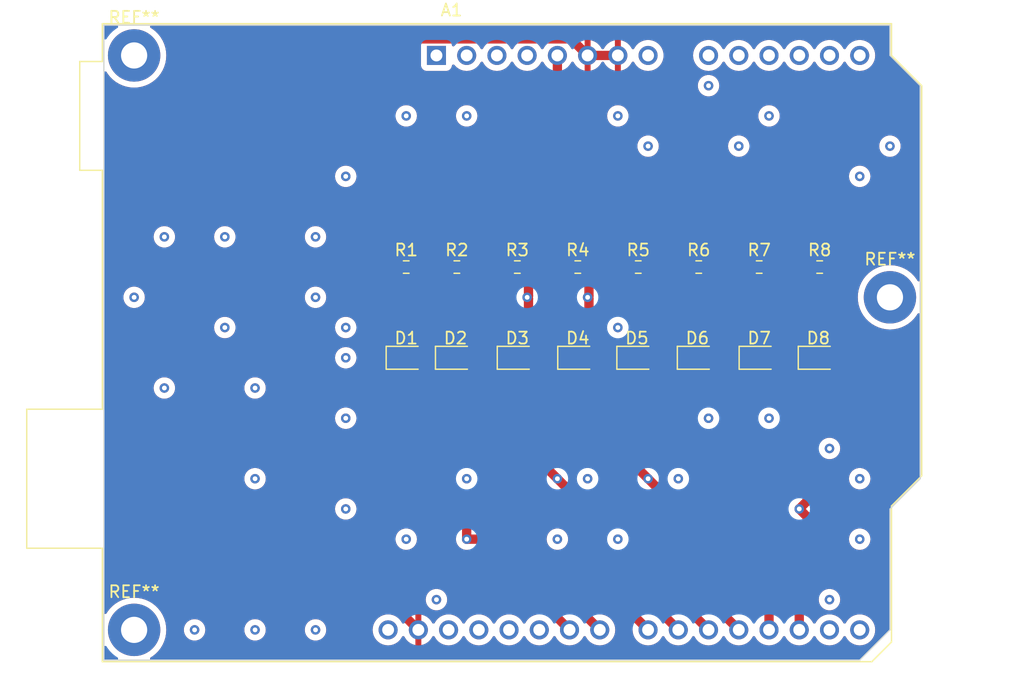
<source format=kicad_pcb>
(kicad_pcb (version 20221018) (generator pcbnew)
  (title_block (title "ARDUINO UNO LED SHIELD") (date "2024-01-21") (rev "1") (company "DOAN HY KHANG") (comment 1 "HO CHI MINH CITY UNIVERSITY OF TECHNOLOGY"))
  (layers (0 "F.Cu" signal) (31 "B.Cu" signal) (34 "B.Paste" user) (35 "F.Paste" user) (36 "B.SilkS" user "B.Silkscreen") (37 "F.SilkS" user "F.Silkscreen") (38 "B.Mask" user) (39 "F.Mask" user) (44 "Edge.Cuts" user))
  (net 0 "")
  (net 5 "Net-(A1-+5V)")
  (net 6 "GND")
  (net 16 "Net-(A1-D2)")
  (net 17 "Net-(A1-D3)")
  (net 18 "Net-(A1-D4)")
  (net 19 "Net-(A1-D5)")
  (net 20 "Net-(A1-D6)")
  (net 21 "Net-(A1-D7)")
  (net 22 "Net-(A1-D8)")
  (net 23 "Net-(A1-D9)")
  (net 29 "Net-(D1-A)")
  (net 30 "Net-(D2-A)")
  (net 31 "Net-(D3-A)")
  (net 32 "Net-(D4-A)")
  (net 33 "Net-(D5-A)")
  (net 34 "Net-(D6-A)")
  (net 35 "Net-(D7-A)")
  (net 36 "Net-(D8-A)")
  (footprint "Resistor_SMD:R_0603_1608Metric" (layer "F.Cu") (at 126.175 88.9)
    (fp_text reference "R2" (at 0 -1.43) (layer "F.SilkS"))
    (fp_text value "247")
    (fp_line (start -0.237258 -0.5225) (end 0.237258 -0.5225) (stroke (width 0.12)) (layer "F.SilkS"))
    (fp_line (start -0.237258 0.5225) (end 0.237258 0.5225) (stroke (width 0.12)) (layer "F.SilkS"))
    (pad "1" smd roundrect (at -0.825 0) (size 0.8 0.95) (layers "F.Cu" "F.Paste" "F.Mask") (net 5 "Net-(A1-+5V)"))
    (pad "2" smd roundrect (at 0.825 0) (size 0.8 0.95) (layers "F.Cu" "F.Paste" "F.Mask") (net 30 "Net-(D2-A)"))
  )
  (footprint "MountingHole:MountingHole_2.2mm_M2_Pad" (layer "F.Cu") (at 99.06 71.12)
    (fp_text reference "REF**" (at 0 -3.2) (layer "F.SilkS"))
    (fp_text value "MountingHole_2.2mm_M2_Pad")
    (pad "1" thru_hole circle (at 0 0) (size 4.4 4.4) (drill 2.2) (layers "*.Cu" "*.Mask"))
  )
  (footprint "LED_SMD:LED_0805_2012Metric" (layer "F.Cu") (at 121.92 96.52)
    (fp_text reference "D1" (at 0 -1.65) (layer "F.SilkS"))
    (fp_text value "LED")
    (fp_line (start -1.685 -0.96) (end -1.685 0.96) (stroke (width 0.12)) (layer "F.SilkS"))
    (fp_line (start -1.685 0.96) (end 1 0.96) (stroke (width 0.12)) (layer "F.SilkS"))
    (fp_line (start 1 -0.96) (end -1.685 -0.96) (stroke (width 0.12)) (layer "F.SilkS"))
    (pad "1" smd roundrect (at -0.9375 0) (size 0.975 1.4) (layers "F.Cu" "F.Paste" "F.Mask") (net 23 "Net-(A1-D9)"))
    (pad "2" smd roundrect (at 0.9375 0) (size 0.975 1.4) (layers "F.Cu" "F.Paste" "F.Mask") (net 29 "Net-(D1-A)"))
  )
  (footprint "LED_SMD:LED_0805_2012Metric" (layer "F.Cu") (at 156.5425 96.52)
    (fp_text reference "D8" (at 0 -1.65) (layer "F.SilkS"))
    (fp_text value "LED")
    (fp_line (start -1.685 -0.96) (end -1.685 0.96) (stroke (width 0.12)) (layer "F.SilkS"))
    (fp_line (start -1.685 0.96) (end 1 0.96) (stroke (width 0.12)) (layer "F.SilkS"))
    (fp_line (start 1 -0.96) (end -1.685 -0.96) (stroke (width 0.12)) (layer "F.SilkS"))
    (pad "1" smd roundrect (at -0.9375 0) (size 0.975 1.4) (layers "F.Cu" "F.Paste" "F.Mask") (net 16 "Net-(A1-D2)"))
    (pad "2" smd roundrect (at 0.9375 0) (size 0.975 1.4) (layers "F.Cu" "F.Paste" "F.Mask") (net 36 "Net-(D8-A)"))
  )
  (footprint "LED_SMD:LED_0805_2012Metric" (layer "F.Cu") (at 151.575 96.52)
    (fp_text reference "D7" (at 0 -1.65) (layer "F.SilkS"))
    (fp_text value "LED")
    (fp_line (start -1.685 -0.96) (end -1.685 0.96) (stroke (width 0.12)) (layer "F.SilkS"))
    (fp_line (start -1.685 0.96) (end 1 0.96) (stroke (width 0.12)) (layer "F.SilkS"))
    (fp_line (start 1 -0.96) (end -1.685 -0.96) (stroke (width 0.12)) (layer "F.SilkS"))
    (pad "1" smd roundrect (at -0.9375 0) (size 0.975 1.4) (layers "F.Cu" "F.Paste" "F.Mask") (net 17 "Net-(A1-D3)"))
    (pad "2" smd roundrect (at 0.9375 0) (size 0.975 1.4) (layers "F.Cu" "F.Paste" "F.Mask") (net 35 "Net-(D7-A)"))
  )
  (footprint "LED_SMD:LED_0805_2012Metric" (layer "F.Cu") (at 131.255 96.52)
    (fp_text reference "D3" (at 0 -1.65) (layer "F.SilkS"))
    (fp_text value "LED")
    (fp_line (start -1.685 -0.96) (end -1.685 0.96) (stroke (width 0.12)) (layer "F.SilkS"))
    (fp_line (start -1.685 0.96) (end 1 0.96) (stroke (width 0.12)) (layer "F.SilkS"))
    (fp_line (start 1 -0.96) (end -1.685 -0.96) (stroke (width 0.12)) (layer "F.SilkS"))
    (pad "1" smd roundrect (at -0.9375 0) (size 0.975 1.4) (layers "F.Cu" "F.Paste" "F.Mask") (net 21 "Net-(A1-D7)"))
    (pad "2" smd roundrect (at 0.9375 0) (size 0.975 1.4) (layers "F.Cu" "F.Paste" "F.Mask") (net 31 "Net-(D3-A)"))
  )
  (footprint "LED_SMD:LED_0805_2012Metric" (layer "F.Cu") (at 141.3025 96.52)
    (fp_text reference "D5" (at 0 -1.65) (layer "F.SilkS"))
    (fp_text value "LED")
    (fp_line (start -1.685 -0.96) (end -1.685 0.96) (stroke (width 0.12)) (layer "F.SilkS"))
    (fp_line (start -1.685 0.96) (end 1 0.96) (stroke (width 0.12)) (layer "F.SilkS"))
    (fp_line (start 1 -0.96) (end -1.685 -0.96) (stroke (width 0.12)) (layer "F.SilkS"))
    (pad "1" smd roundrect (at -0.9375 0) (size 0.975 1.4) (layers "F.Cu" "F.Paste" "F.Mask") (net 19 "Net-(A1-D5)"))
    (pad "2" smd roundrect (at 0.9375 0) (size 0.975 1.4) (layers "F.Cu" "F.Paste" "F.Mask") (net 33 "Net-(D5-A)"))
  )
  (footprint "Resistor_SMD:R_0603_1608Metric" (layer "F.Cu") (at 146.495 88.9)
    (fp_text reference "R6" (at 0 -1.43) (layer "F.SilkS"))
    (fp_text value "247")
    (fp_line (start -0.237258 -0.5225) (end 0.237258 -0.5225) (stroke (width 0.12)) (layer "F.SilkS"))
    (fp_line (start -0.237258 0.5225) (end 0.237258 0.5225) (stroke (width 0.12)) (layer "F.SilkS"))
    (pad "1" smd roundrect (at -0.825 0) (size 0.8 0.95) (layers "F.Cu" "F.Paste" "F.Mask") (net 5 "Net-(A1-+5V)"))
    (pad "2" smd roundrect (at 0.825 0) (size 0.8 0.95) (layers "F.Cu" "F.Paste" "F.Mask") (net 34 "Net-(D6-A)"))
  )
  (footprint "MountingHole:MountingHole_2.2mm_M2_Pad" (layer "F.Cu") (at 99.06 119.38)
    (fp_text reference "REF**" (at 0 -3.2) (layer "F.SilkS"))
    (fp_text value "MountingHole_2.2mm_M2_Pad")
    (pad "1" thru_hole circle (at 0 0) (size 4.4 4.4) (drill 2.2) (layers "*.Cu" "*.Mask"))
  )
  (footprint "LED_SMD:LED_0805_2012Metric" (layer "F.Cu") (at 126.0625 96.52)
    (fp_text reference "D2" (at 0 -1.65) (layer "F.SilkS"))
    (fp_text value "LED")
    (fp_line (start -1.685 -0.96) (end -1.685 0.96) (stroke (width 0.12)) (layer "F.SilkS"))
    (fp_line (start -1.685 0.96) (end 1 0.96) (stroke (width 0.12)) (layer "F.SilkS"))
    (fp_line (start 1 -0.96) (end -1.685 -0.96) (stroke (width 0.12)) (layer "F.SilkS"))
    (pad "1" smd roundrect (at -0.9375 0) (size 0.975 1.4) (layers "F.Cu" "F.Paste" "F.Mask") (net 22 "Net-(A1-D8)"))
    (pad "2" smd roundrect (at 0.9375 0) (size 0.975 1.4) (layers "F.Cu" "F.Paste" "F.Mask") (net 30 "Net-(D2-A)"))
  )
  (footprint "MountingHole:MountingHole_2.2mm_M2_Pad" (layer "F.Cu") (at 162.56 91.44)
    (fp_text reference "REF**" (at 0 -3.2) (layer "F.SilkS"))
    (fp_text value "MountingHole_2.2mm_M2_Pad")
    (pad "1" thru_hole circle (at 0 0) (size 4.4 4.4) (drill 2.2) (layers "*.Cu" "*.Mask"))
  )
  (footprint "Resistor_SMD:R_0603_1608Metric" (layer "F.Cu") (at 141.415 88.9)
    (fp_text reference "R5" (at 0 -1.43) (layer "F.SilkS"))
    (fp_text value "247")
    (fp_line (start -0.237258 -0.5225) (end 0.237258 -0.5225) (stroke (width 0.12)) (layer "F.SilkS"))
    (fp_line (start -0.237258 0.5225) (end 0.237258 0.5225) (stroke (width 0.12)) (layer "F.SilkS"))
    (pad "1" smd roundrect (at -0.825 0) (size 0.8 0.95) (layers "F.Cu" "F.Paste" "F.Mask") (net 5 "Net-(A1-+5V)"))
    (pad "2" smd roundrect (at 0.825 0) (size 0.8 0.95) (layers "F.Cu" "F.Paste" "F.Mask") (net 33 "Net-(D5-A)"))
  )
  (footprint "Module:Arduino_UNO_R2" (layer "F.Cu") (at 124.46 71.12)
    (fp_text reference "A1" (at 1.27 -3.81 180) (layer "F.SilkS"))
    (fp_text value "Arduino_UNO_R2")
    (fp_line (start -34.42 29.72) (end -34.42 41.4) (stroke (width 0.12)) (layer "F.SilkS"))
    (fp_line (start -34.42 41.4) (end -28.07 41.4) (stroke (width 0.12)) (layer "F.SilkS"))
    (fp_line (start -29.97 0.51) (end -29.97 9.65) (stroke (width 0.12)) (layer "F.SilkS"))
    (fp_line (start -29.97 9.65) (end -28.07 9.65) (stroke (width 0.12)) (layer "F.SilkS"))
    (fp_line (start -28.07 -2.67) (end -28.07 0.51) (stroke (width 0.12)) (layer "F.SilkS"))
    (fp_line (start -28.07 0.51) (end -29.97 0.51) (stroke (width 0.12)) (layer "F.SilkS"))
    (fp_line (start -28.07 9.65) (end -28.07 29.72) (stroke (width 0.12)) (layer "F.SilkS"))
    (fp_line (start -28.07 29.72) (end -34.42 29.72) (stroke (width 0.12)) (layer "F.SilkS"))
    (fp_line (start -28.07 41.4) (end -28.07 50.93) (stroke (width 0.12)) (layer "F.SilkS"))
    (fp_line (start -28.07 50.93) (end 36.58 50.93) (stroke (width 0.12)) (layer "F.SilkS"))
    (fp_line (start 36.58 50.93) (end 38.23 49.28) (stroke (width 0.12)) (layer "F.SilkS"))
    (fp_line (start 38.23 -2.67) (end -28.07 -2.67) (stroke (width 0.12)) (layer "F.SilkS"))
    (fp_line (start 38.23 0) (end 38.23 -2.67) (stroke (width 0.12)) (layer "F.SilkS"))
    (fp_line (start 38.23 37.85) (end 40.77 35.31) (stroke (width 0.12)) (layer "F.SilkS"))
    (fp_line (start 38.23 49.28) (end 38.23 37.85) (stroke (width 0.12)) (layer "F.SilkS"))
    (fp_line (start 40.77 2.54) (end 38.23 0) (stroke (width 0.12)) (layer "F.SilkS"))
    (fp_line (start 40.77 35.31) (end 40.77 2.54) (stroke (width 0.12)) (layer "F.SilkS"))
    (pad "1" thru_hole rect (at 0 0 90) (size 1.6 1.6) (drill 1) (layers "*.Cu" "*.Mask"))
    (pad "2" thru_hole oval (at 2.54 0 90) (size 1.6 1.6) (drill 1) (layers "*.Cu" "*.Mask"))
    (pad "3" thru_hole oval (at 5.08 0 90) (size 1.6 1.6) (drill 1) (layers "*.Cu" "*.Mask"))
    (pad "4" thru_hole oval (at 7.62 0 90) (size 1.6 1.6) (drill 1) (layers "*.Cu" "*.Mask"))
    (pad "5" thru_hole oval (at 10.16 0 90) (size 1.6 1.6) (drill 1) (layers "*.Cu" "*.Mask") (net 5 "Net-(A1-+5V)"))
    (pad "6" thru_hole oval (at 12.7 0 90) (size 1.6 1.6) (drill 1) (layers "*.Cu" "*.Mask") (net 6 "GND"))
    (pad "7" thru_hole oval (at 15.24 0 90) (size 1.6 1.6) (drill 1) (layers "*.Cu" "*.Mask") (net 6 "GND"))
    (pad "8" thru_hole oval (at 17.78 0 90) (size 1.6 1.6) (drill 1) (layers "*.Cu" "*.Mask"))
    (pad "9" thru_hole oval (at 22.86 0 90) (size 1.6 1.6) (drill 1) (layers "*.Cu" "*.Mask"))
    (pad "10" thru_hole oval (at 25.4 0 90) (size 1.6 1.6) (drill 1) (layers "*.Cu" "*.Mask"))
    (pad "11" thru_hole oval (at 27.94 0 90) (size 1.6 1.6) (drill 1) (layers "*.Cu" "*.Mask"))
    (pad "12" thru_hole oval (at 30.48 0 90) (size 1.6 1.6) (drill 1) (layers "*.Cu" "*.Mask"))
    (pad "13" thru_hole oval (at 33.02 0 90) (size 1.6 1.6) (drill 1) (layers "*.Cu" "*.Mask"))
    (pad "14" thru_hole oval (at 35.56 0 90) (size 1.6 1.6) (drill 1) (layers "*.Cu" "*.Mask"))
    (pad "15" thru_hole oval (at 35.56 48.26 90) (size 1.6 1.6) (drill 1) (layers "*.Cu" "*.Mask"))
    (pad "16" thru_hole oval (at 33.02 48.26 90) (size 1.6 1.6) (drill 1) (layers "*.Cu" "*.Mask"))
    (pad "17" thru_hole oval (at 30.48 48.26 90) (size 1.6 1.6) (drill 1) (layers "*.Cu" "*.Mask") (net 16 "Net-(A1-D2)"))
    (pad "18" thru_hole oval (at 27.94 48.26 90) (size 1.6 1.6) (drill 1) (layers "*.Cu" "*.Mask") (net 17 "Net-(A1-D3)"))
    (pad "19" thru_hole oval (at 25.4 48.26 90) (size 1.6 1.6) (drill 1) (layers "*.Cu" "*.Mask") (net 18 "Net-(A1-D4)"))
    (pad "20" thru_hole oval (at 22.86 48.26 90) (size 1.6 1.6) (drill 1) (layers "*.Cu" "*.Mask") (net 19 "Net-(A1-D5)"))
    (pad "21" thru_hole oval (at 20.32 48.26 90) (size 1.6 1.6) (drill 1) (layers "*.Cu" "*.Mask") (net 20 "Net-(A1-D6)"))
    (pad "22" thru_hole oval (at 17.78 48.26 90) (size 1.6 1.6) (drill 1) (layers "*.Cu" "*.Mask") (net 21 "Net-(A1-D7)"))
    (pad "23" thru_hole oval (at 13.72 48.26 90) (size 1.6 1.6) (drill 1) (layers "*.Cu" "*.Mask") (net 22 "Net-(A1-D8)"))
    (pad "24" thru_hole oval (at 11.18 48.26 90) (size 1.6 1.6) (drill 1) (layers "*.Cu" "*.Mask") (net 23 "Net-(A1-D9)"))
    (pad "25" thru_hole oval (at 8.64 48.26 90) (size 1.6 1.6) (drill 1) (layers "*.Cu" "*.Mask"))
    (pad "26" thru_hole oval (at 6.1 48.26 90) (size 1.6 1.6) (drill 1) (layers "*.Cu" "*.Mask"))
    (pad "27" thru_hole oval (at 3.56 48.26 90) (size 1.6 1.6) (drill 1) (layers "*.Cu" "*.Mask"))
    (pad "28" thru_hole oval (at 1.02 48.26 90) (size 1.6 1.6) (drill 1) (layers "*.Cu" "*.Mask"))
    (pad "29" thru_hole oval (at -1.52 48.26 90) (size 1.6 1.6) (drill 1) (layers "*.Cu" "*.Mask") (net 6 "GND"))
    (pad "30" thru_hole oval (at -4.06 48.26 90) (size 1.6 1.6) (drill 1) (layers "*.Cu" "*.Mask"))
  )
  (footprint "LED_SMD:LED_0805_2012Metric" (layer "F.Cu") (at 136.335 96.52)
    (fp_text reference "D4" (at 0 -1.65) (layer "F.SilkS"))
    (fp_text value "LED")
    (fp_line (start -1.685 -0.96) (end -1.685 0.96) (stroke (width 0.12)) (layer "F.SilkS"))
    (fp_line (start -1.685 0.96) (end 1 0.96) (stroke (width 0.12)) (layer "F.SilkS"))
    (fp_line (start 1 -0.96) (end -1.685 -0.96) (stroke (width 0.12)) (layer "F.SilkS"))
    (pad "1" smd roundrect (at -0.9375 0) (size 0.975 1.4) (layers "F.Cu" "F.Paste" "F.Mask") (net 20 "Net-(A1-D6)"))
    (pad "2" smd roundrect (at 0.9375 0) (size 0.975 1.4) (layers "F.Cu" "F.Paste" "F.Mask") (net 32 "Net-(D4-A)"))
  )
  (footprint "Resistor_SMD:R_0603_1608Metric" (layer "F.Cu") (at 131.255 88.9)
    (fp_text reference "R3" (at 0 -1.43) (layer "F.SilkS"))
    (fp_text value "247")
    (fp_line (start -0.237258 -0.5225) (end 0.237258 -0.5225) (stroke (width 0.12)) (layer "F.SilkS"))
    (fp_line (start -0.237258 0.5225) (end 0.237258 0.5225) (stroke (width 0.12)) (layer "F.SilkS"))
    (pad "1" smd roundrect (at -0.825 0) (size 0.8 0.95) (layers "F.Cu" "F.Paste" "F.Mask") (net 5 "Net-(A1-+5V)"))
    (pad "2" smd roundrect (at 0.825 0) (size 0.8 0.95) (layers "F.Cu" "F.Paste" "F.Mask") (net 31 "Net-(D3-A)"))
  )
  (footprint "Resistor_SMD:R_0603_1608Metric" (layer "F.Cu") (at 121.92 88.9)
    (fp_text reference "R1" (at 0 -1.43) (layer "F.SilkS"))
    (fp_text value "247")
    (fp_line (start -0.237258 -0.5225) (end 0.237258 -0.5225) (stroke (width 0.12)) (layer "F.SilkS"))
    (fp_line (start -0.237258 0.5225) (end 0.237258 0.5225) (stroke (width 0.12)) (layer "F.SilkS"))
    (pad "1" smd roundrect (at -0.825 0) (size 0.8 0.95) (layers "F.Cu" "F.Paste" "F.Mask") (net 5 "Net-(A1-+5V)"))
    (pad "2" smd roundrect (at 0.825 0) (size 0.8 0.95) (layers "F.Cu" "F.Paste" "F.Mask") (net 29 "Net-(D1-A)"))
  )
  (footprint "Resistor_SMD:R_0603_1608Metric" (layer "F.Cu") (at 156.655 88.9)
    (fp_text reference "R8" (at 0 -1.43) (layer "F.SilkS"))
    (fp_text value "247")
    (fp_line (start -0.237258 -0.5225) (end 0.237258 -0.5225) (stroke (width 0.12)) (layer "F.SilkS"))
    (fp_line (start -0.237258 0.5225) (end 0.237258 0.5225) (stroke (width 0.12)) (layer "F.SilkS"))
    (pad "1" smd roundrect (at -0.825 0) (size 0.8 0.95) (layers "F.Cu" "F.Paste" "F.Mask") (net 5 "Net-(A1-+5V)"))
    (pad "2" smd roundrect (at 0.825 0) (size 0.8 0.95) (layers "F.Cu" "F.Paste" "F.Mask") (net 36 "Net-(D8-A)"))
  )
  (footprint "Resistor_SMD:R_0603_1608Metric" (layer "F.Cu") (at 136.335 88.9)
    (fp_text reference "R4" (at 0 -1.43) (layer "F.SilkS"))
    (fp_text value "247")
    (fp_line (start -0.237258 -0.5225) (end 0.237258 -0.5225) (stroke (width 0.12)) (layer "F.SilkS"))
    (fp_line (start -0.237258 0.5225) (end 0.237258 0.5225) (stroke (width 0.12)) (layer "F.SilkS"))
    (pad "1" smd roundrect (at -0.825 0) (size 0.8 0.95) (layers "F.Cu" "F.Paste" "F.Mask") (net 5 "Net-(A1-+5V)"))
    (pad "2" smd roundrect (at 0.825 0) (size 0.8 0.95) (layers "F.Cu" "F.Paste" "F.Mask") (net 32 "Net-(D4-A)"))
  )
  (footprint "LED_SMD:LED_0805_2012Metric" (layer "F.Cu") (at 146.3825 96.52)
    (fp_text reference "D6" (at 0 -1.65) (layer "F.SilkS"))
    (fp_text value "LED")
    (fp_line (start -1.685 -0.96) (end -1.685 0.96) (stroke (width 0.12)) (layer "F.SilkS"))
    (fp_line (start -1.685 0.96) (end 1 0.96) (stroke (width 0.12)) (layer "F.SilkS"))
    (fp_line (start 1 -0.96) (end -1.685 -0.96) (stroke (width 0.12)) (layer "F.SilkS"))
    (pad "1" smd roundrect (at -0.9375 0) (size 0.975 1.4) (layers "F.Cu" "F.Paste" "F.Mask") (net 18 "Net-(A1-D4)"))
    (pad "2" smd roundrect (at 0.9375 0) (size 0.975 1.4) (layers "F.Cu" "F.Paste" "F.Mask") (net 34 "Net-(D6-A)"))
  )
  (footprint "Resistor_SMD:R_0603_1608Metric" (layer "F.Cu") (at 151.575 88.9)
    (fp_text reference "R7" (at 0 -1.43) (layer "F.SilkS"))
    (fp_text value "247")
    (fp_line (start -0.237258 -0.5225) (end 0.237258 -0.5225) (stroke (width 0.12)) (layer "F.SilkS"))
    (fp_line (start -0.237258 0.5225) (end 0.237258 0.5225) (stroke (width 0.12)) (layer "F.SilkS"))
    (pad "1" smd roundrect (at -0.825 0) (size 0.8 0.95) (layers "F.Cu" "F.Paste" "F.Mask") (net 5 "Net-(A1-+5V)"))
    (pad "2" smd roundrect (at 0.825 0) (size 0.8 0.95) (layers "F.Cu" "F.Paste" "F.Mask") (net 35 "Net-(D7-A)"))
  )
  (gr_line (start 165.1 73.66) (end 165.1 106.68) (stroke (width 0.1)) (layer "Edge.Cuts"))
  (gr_line (start 162.56 68.58) (end 162.56 71.12) (stroke (width 0.1)) (layer "Edge.Cuts"))
  (gr_line (start 162.56 119.38) (end 160.02 121.92) (stroke (width 0.1)) (layer "Edge.Cuts"))
  (gr_line (start 96.52 68.58) (end 162.56 68.58) (stroke (width 0.1)) (layer "Edge.Cuts"))
  (gr_line (start 96.52 121.92) (end 96.52 68.58) (stroke (width 0.1)) (layer "Edge.Cuts"))
  (gr_line (start 160.02 121.92) (end 96.52 121.92) (stroke (width 0.1)) (layer "Edge.Cuts"))
  (gr_line (start 162.56 71.12) (end 165.1 73.66) (stroke (width 0.1)) (layer "Edge.Cuts"))
  (gr_line (start 165.1 106.68) (end 162.56 109.22) (stroke (width 0.1)) (layer "Edge.Cuts"))
  (gr_line (start 162.56 109.22) (end 162.56 119.38) (stroke (width 0.1)) (layer "Edge.Cuts"))
  (gr_text "ARDUNO UNO SHIELD" (at 96.52 114.3) (layer "F.Cu") (effects (font (size 1.2 1.2) (thickness 0.3) bold) (justify left bottom)))
  (gr_text "DOAN HY KHANG" (at 101.6 116.84) (layer "F.Cu") (effects (font (size 1.2 1.2) (thickness 0.3) bold) (justify left bottom)))
  (via (at 142.24 78.74) (size 0.8) (drill 0.4) (layers "F.Cu" "B.Cu") (net 0))
  (via (at 109.22 119.38) (size 0.8) (drill 0.4) (layers "F.Cu" "B.Cu") (net 0))
  (via (at 104.14 119.38) (size 0.8) (drill 0.4) (layers "F.Cu" "B.Cu") (net 0))
  (via (at 139.7 76.2) (size 0.8) (drill 0.4) (layers "F.Cu" "B.Cu") (net 0))
  (via (at 134.62 111.76) (size 0.8) (drill 0.4) (layers "F.Cu" "B.Cu") (net 0))
  (via (at 127 106.68) (size 0.8) (drill 0.4) (layers "F.Cu" "B.Cu") (net 0))
  (via (at 149.86 78.74) (size 0.8) (drill 0.4) (layers "F.Cu" "B.Cu") (net 0))
  (via (at 160.02 106.68) (size 0.8) (drill 0.4) (layers "F.Cu" "B.Cu") (net 0))
  (via (at 144.78 106.68) (size 0.8) (drill 0.4) (layers "F.Cu" "B.Cu") (net 0))
  (via (at 147.32 73.66) (size 0.8) (drill 0.4) (layers "F.Cu" "B.Cu") (net 0))
  (via (at 101.6 86.36) (size 0.8) (drill 0.4) (layers "F.Cu" "B.Cu") (net 0))
  (via (at 106.68 86.36) (size 0.8) (drill 0.4) (layers "F.Cu" "B.Cu") (net 0))
  (via (at 109.22 99.06) (size 0.8) (drill 0.4) (layers "F.Cu" "B.Cu") (net 0))
  (via (at 160.02 111.76) (size 0.8) (drill 0.4) (layers "F.Cu" "B.Cu") (net 0))
  (via (at 114.3 86.36) (size 0.8) (drill 0.4) (layers "F.Cu" "B.Cu") (net 0))
  (via (at 116.84 81.28) (size 0.8) (drill 0.4) (layers "F.Cu" "B.Cu") (net 0))
  (via (at 106.68 93.98) (size 0.8) (drill 0.4) (layers "F.Cu" "B.Cu") (net 0))
  (via (at 121.92 76.2) (size 0.8) (drill 0.4) (layers "F.Cu" "B.Cu") (net 0))
  (via (at 114.3 91.44) (size 0.8) (drill 0.4) (layers "F.Cu" "B.Cu") (net 0))
  (via (at 127 76.2) (size 0.8) (drill 0.4) (layers "F.Cu" "B.Cu") (net 0))
  (via (at 139.7 111.76) (size 0.8) (drill 0.4) (layers "F.Cu" "B.Cu") (net 0))
  (via (at 116.84 93.98) (size 0.8) (drill 0.4) (layers "F.Cu" "B.Cu") (net 0))
  (via (at 152.4 76.2) (size 0.8) (drill 0.4) (layers "F.Cu" "B.Cu") (net 0))
  (via (at 101.6 99.06) (size 0.8) (drill 0.4) (layers "F.Cu" "B.Cu") (net 0))
  (via (at 137.16 106.68) (size 0.8) (drill 0.4) (layers "F.Cu" "B.Cu") (net 0))
  (via (at 116.84 96.52) (size 0.8) (drill 0.4) (layers "F.Cu" "B.Cu") (net 0))
  (via (at 121.92 111.76) (size 0.8) (drill 0.4) (layers "F.Cu" "B.Cu") (net 0))
  (via (at 116.84 101.6) (size 0.8) (drill 0.4) (layers "F.Cu" "B.Cu") (net 0))
  (via (at 152.4 101.6) (size 0.8) (drill 0.4) (layers "F.Cu" "B.Cu") (net 0))
  (via (at 157.48 104.14) (size 0.8) (drill 0.4) (layers "F.Cu" "B.Cu") (net 0))
  (via (at 157.48 116.84) (size 0.8) (drill 0.4) (layers "F.Cu" "B.Cu") (net 0))
  (via (at 114.3 119.38) (size 0.8) (drill 0.4) (layers "F.Cu" "B.Cu") (net 0))
  (via (at 124.46 116.84) (size 0.8) (drill 0.4) (layers "F.Cu" "B.Cu") (net 0))
  (via (at 139.7 93.98) (size 0.8) (drill 0.4) (layers "F.Cu" "B.Cu") (net 0))
  (via (at 99.06 91.44) (size 0.8) (drill 0.4) (layers "F.Cu" "B.Cu") (net 0))
  (via (at 109.22 106.68) (size 0.8) (drill 0.4) (layers "F.Cu" "B.Cu") (net 0))
  (via (at 162.56 78.74) (size 0.8) (drill 0.4) (layers "F.Cu" "B.Cu") (net 0))
  (via (at 160.02 81.28) (size 0.8) (drill 0.4) (layers "F.Cu" "B.Cu") (net 0))
  (via (at 116.84 109.22) (size 0.8) (drill 0.4) (layers "F.Cu" "B.Cu") (net 0))
  (via (at 147.32 101.6) (size 0.8) (drill 0.4) (layers "F.Cu" "B.Cu") (net 0))
  (segment (start 132.08 78.74) (end 132.08 76.2) (width 0.78) (layer "F.Cu") (net 5))
  (segment (start 149.86 81.28) (end 154.94 81.28) (width 0.78) (layer "F.Cu") (net 5))
  (segment (start 139.7 81.28) (end 149.86 81.28) (width 0.78) (layer "F.Cu") (net 5))
  (segment (start 135.51 88.9) (end 135.51 82.17) (width 0.78) (layer "F.Cu") (net 5))
  (segment (start 140.59 82.17) (end 139.7 81.28) (width 0.78) (layer "F.Cu") (net 5))
  (segment (start 130.43 88.9) (end 130.43 82.17) (width 0.78) (layer "F.Cu") (net 5))
  (segment (start 135.51 82.17) (end 134.62 81.28) (width 0.78) (layer "F.Cu") (net 5))
  (segment (start 121.095 82.105) (end 121.92 81.28) (width 0.78) (layer "F.Cu") (net 5))
  (segment (start 145.67 82.17) (end 144.78 81.28) (width 0.78) (layer "F.Cu") (net 5))
  (segment (start 129.54 81.28) (end 134.62 81.28) (width 0.78) (layer "F.Cu") (net 5))
  (segment (start 145.67 88.9) (end 145.67 82.17) (width 0.78) (layer "F.Cu") (net 5))
  (segment (start 134.62 73.66) (end 134.62 71.12) (width 0.78) (layer "F.Cu") (net 5))
  (segment (start 150.75 88.9) (end 150.75 82.17) (width 0.78) (layer "F.Cu") (net 5))
  (segment (start 134.62 81.28) (end 139.7 81.28) (width 0.78) (layer "F.Cu") (net 5))
  (segment (start 121.92 81.28) (end 124.46 81.28) (width 0.78) (layer "F.Cu") (net 5))
  (segment (start 129.54 81.28) (end 132.08 78.74) (width 0.78) (layer "F.Cu") (net 5))
  (segment (start 125.35 88.9) (end 125.35 82.17) (width 0.78) (layer "F.Cu") (net 5))
  (segment (start 140.59 88.9) (end 140.59 82.17) (width 0.78) (layer "F.Cu") (net 5))
  (segment (start 130.43 82.17) (end 129.54 81.28) (width 0.78) (layer "F.Cu") (net 5))
  (segment (start 154.94 81.28) (end 155.83 82.17) (width 0.78) (layer "F.Cu") (net 5))
  (segment (start 150.75 82.17) (end 149.86 81.28) (width 0.78) (layer "F.Cu") (net 5))
  (segment (start 125.35 82.17) (end 124.46 81.28) (width 0.78) (layer "F.Cu") (net 5))
  (segment (start 155.83 82.17) (end 155.83 88.9) (width 0.78) (layer "F.Cu") (net 5))
  (segment (start 132.08 76.2) (end 134.62 73.66) (width 0.78) (layer "F.Cu") (net 5))
  (segment (start 124.46 81.28) (end 129.54 81.28) (width 0.78) (layer "F.Cu") (net 5))
  (segment (start 121.095 88.9) (end 121.095 82.105) (width 0.78) (layer "F.Cu") (net 5))
  (segment (start 111.76 76.2) (end 116.84 71.12) (width 0.78) (layer "F.Cu") (net 6))
  (segment (start 120.77 69.73) (end 135.77 69.73) (width 0.78) (layer "F.Cu") (net 6))
  (segment (start 119.38 71.12) (end 120.77 69.73) (width 0.78) (layer "F.Cu") (net 6))
  (segment (start 112.78 109.22) (end 111.76 109.22) (width 0.78) (layer "F.Cu") (net 6))
  (segment (start 116.84 71.12) (end 119.38 71.12) (width 0.78) (layer "F.Cu") (net 6))
  (segment (start 135.77 69.73) (end 137.16 71.12) (width 0.78) (layer "F.Cu") (net 6))
  (segment (start 122.94 119.38) (end 112.78 109.22) (width 0.78) (layer "F.Cu") (net 6))
  (segment (start 111.76 109.22) (end 111.76 76.2) (width 0.78) (layer "F.Cu") (net 6))
  (segment (start 137.16 71.12) (end 139.7 71.12) (width 0.78) (layer "F.Cu") (net 6))
  (segment (start 154.94 116.84) (end 155.605 116.175) (width 0.78) (layer "F.Cu") (net 16))
  (segment (start 155.605 108.555) (end 155.605 96.52) (width 0.78) (layer "F.Cu") (net 16))
  (segment (start 155.605 109.885) (end 154.94 109.22) (width 0.78) (layer "F.Cu") (net 16))
  (segment (start 154.94 119.38) (end 154.94 116.84) (width 0.78) (layer "F.Cu") (net 16))
  (segment (start 155.605 116.175) (end 155.605 109.885) (width 0.78) (layer "F.Cu") (net 16))
  (segment (start 154.94 109.22) (end 155.605 108.555) (width 0.78) (layer "F.Cu") (net 16))
  (via (at 154.94 109.22) (size 0.8) (drill 0.4) (layers "F.Cu" "B.Cu") (net 16))
  (segment (start 150.6375 96.52) (end 150.6375 112.5375) (width 0.78) (layer "F.Cu") (net 17))
  (segment (start 150.6375 112.5375) (end 152.4 114.3) (width 0.78) (layer "F.Cu") (net 17))
  (segment (start 152.4 114.3) (end 152.4 119.38) (width 0.78) (layer "F.Cu") (net 17))
  (segment (start 147.32 104.14) (end 147.32 116.84) (width 0.78) (layer "F.Cu") (net 18))
  (segment (start 145.445 96.52) (end 145.445 102.265) (width 0.78) (layer "F.Cu") (net 18))
  (segment (start 147.32 116.84) (end 149.86 119.38) (width 0.78) (layer "F.Cu") (net 18))
  (segment (start 145.445 102.265) (end 147.32 104.14) (width 0.78) (layer "F.Cu") (net 18))
  (segment (start 144.78 116.84) (end 147.32 119.38) (width 0.78) (layer "F.Cu") (net 19))
  (segment (start 142.24 106.68) (end 144.78 109.22) (width 0.78) (layer "F.Cu") (net 19))
  (segment (start 140.365 96.52) (end 140.365 104.805) (width 0.78) (layer "F.Cu") (net 19))
  (segment (start 144.78 109.22) (end 144.78 116.84) (width 0.78) (layer "F.Cu") (net 19))
  (segment (start 140.365 104.805) (end 142.24 106.68) (width 0.78) (layer "F.Cu") (net 19))
  (via (at 142.24 106.68) (size 0.8) (drill 0.4) (layers "F.Cu" "B.Cu") (net 19))
  (segment (start 142.24 109.22) (end 142.24 116.84) (width 0.78) (layer "F.Cu") (net 20))
  (segment (start 135.3975 102.3775) (end 142.24 109.22) (width 0.78) (layer "F.Cu") (net 20))
  (segment (start 135.3975 96.52) (end 135.3975 102.3775) (width 0.78) (layer "F.Cu") (net 20))
  (segment (start 142.24 116.84) (end 144.78 119.38) (width 0.78) (layer "F.Cu") (net 20))
  (segment (start 134.62 106.68) (end 137.16 109.22) (width 0.78) (layer "F.Cu") (net 21))
  (segment (start 137.16 109.22) (end 137.16 114.3) (width 0.78) (layer "F.Cu") (net 21))
  (segment (start 130.3175 102.3775) (end 134.62 106.68) (width 0.78) (layer "F.Cu") (net 21))
  (segment (start 130.3175 96.52) (end 130.3175 102.3775) (width 0.78) (layer "F.Cu") (net 21))
  (segment (start 137.16 114.3) (end 142.24 119.38) (width 0.78) (layer "F.Cu") (net 21))
  (via (at 134.62 106.68) (size 0.8) (drill 0.4) (layers "F.Cu" "B.Cu") (net 21))
  (segment (start 125.125 99.725) (end 132.08 106.68) (width 0.78) (layer "F.Cu") (net 22))
  (segment (start 132.08 106.68) (end 132.08 113.28) (width 0.78) (layer "F.Cu") (net 22))
  (segment (start 132.08 113.28) (end 138.18 119.38) (width 0.78) (layer "F.Cu") (net 22))
  (segment (start 125.125 96.52) (end 125.125 99.725) (width 0.78) (layer "F.Cu") (net 22))
  (segment (start 120.9825 96.52) (end 120.9825 104.7225) (width 0.78) (layer "F.Cu") (net 23))
  (segment (start 127 111.76) (end 128.02 111.76) (width 0.78) (layer "F.Cu") (net 23))
  (segment (start 120.9825 104.7225) (end 127 110.74) (width 0.78) (layer "F.Cu") (net 23))
  (segment (start 127 110.74) (end 127 111.76) (width 0.78) (layer "F.Cu") (net 23))
  (segment (start 128.02 111.76) (end 135.64 119.38) (width 0.78) (layer "F.Cu") (net 23))
  (via (at 127 111.76) (size 0.8) (drill 0.4) (layers "F.Cu" "B.Cu") (net 23))
  (segment (start 122.8575 89.0125) (end 122.745 88.9) (width 0.78) (layer "F.Cu") (net 29))
  (segment (start 122.8575 96.52) (end 122.8575 89.0125) (width 0.78) (layer "F.Cu") (net 29))
  (segment (start 127 96.52) (end 127 88.9) (width 0.78) (layer "F.Cu") (net 30))
  (segment (start 132.08 91.44) (end 132.1925 91.3275) (width 0.78) (layer "F.Cu") (net 31))
  (segment (start 132.1925 96.52) (end 132.1925 91.5525) (width 0.78) (layer "F.Cu") (net 31))
  (segment (start 132.1925 91.5525) (end 132.08 91.44) (width 0.78) (layer "F.Cu") (net 31))
  (segment (start 132.1925 89.0125) (end 132.08 88.9) (width 0.78) (layer "F.Cu") (net 31))
  (segment (start 132.1925 91.3275) (end 132.1925 89.0125) (width 0.78) (layer "F.Cu") (net 31))
  (via (at 132.08 91.44) (size 0.8) (drill 0.4) (layers "F.Cu" "B.Cu") (net 31))
  (segment (start 137.2725 91.5525) (end 137.16 91.44) (width 0.78) (layer "F.Cu") (net 32))
  (segment (start 137.2725 91.3275) (end 137.2725 89.0125) (width 0.78) (layer "F.Cu") (net 32))
  (segment (start 137.2725 96.52) (end 137.2725 91.5525) (width 0.78) (layer "F.Cu") (net 32))
  (segment (start 137.16 91.44) (end 137.2725 91.3275) (width 0.78) (layer "F.Cu") (net 32))
  (segment (start 137.2725 89.0125) (end 137.16 88.9) (width 0.78) (layer "F.Cu") (net 32))
  (via (at 137.16 91.44) (size 0.8) (drill 0.4) (layers "F.Cu" "B.Cu") (net 32))
  (segment (start 142.24 96.52) (end 142.24 88.9) (width 0.78) (layer "F.Cu") (net 33))
  (segment (start 147.32 96.52) (end 147.32 88.9) (width 0.78) (layer "F.Cu") (net 34))
  (segment (start 152.5125 89.0125) (end 152.4 88.9) (width 0.78) (layer "F.Cu") (net 35))
  (segment (start 152.5125 96.52) (end 152.5125 89.0125) (width 0.78) (layer "F.Cu") (net 35))
  (segment (start 157.48 96.52) (end 157.48 88.9) (width 0.78) (layer "F.Cu") (net 36))
  (zone (net 6) (net_name "GND") (layer "F.Cu") (connect_pads (clearance 0.5)) (min_thickness 0.25) (fill yes (thermal_gap 0.5) (thermal_bridge_width 0.5))
    (polygon (pts (xy 96.52 68.58) (xy 165.1 68.58) (xy 165.1 121.92) (xy 96.52 121.92)))
  )
  (zone (net 0) (net_name "") (layer "B.Cu") (priority 1) (connect_pads (clearance 0.5)) (min_thickness 0.25) (fill yes (thermal_gap 0.5) (thermal_bridge_width 0.5) (island_removal_mode 1) (island_area_min 10))
    (polygon (pts (xy 96.52 68.58) (xy 165.1 68.58) (xy 165.1 121.92) (xy 96.52 121.92)))
  )
)
</source>
